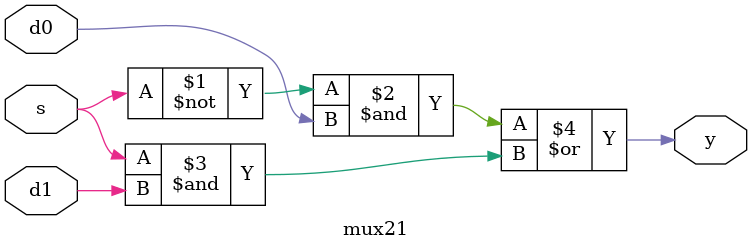
<source format=v>
module mux21(d0, d1, s, y);

    input d0, d1;
    input s;
    output y;

    assign y = (~s & d0)|(s & d1);

endmodule
</source>
